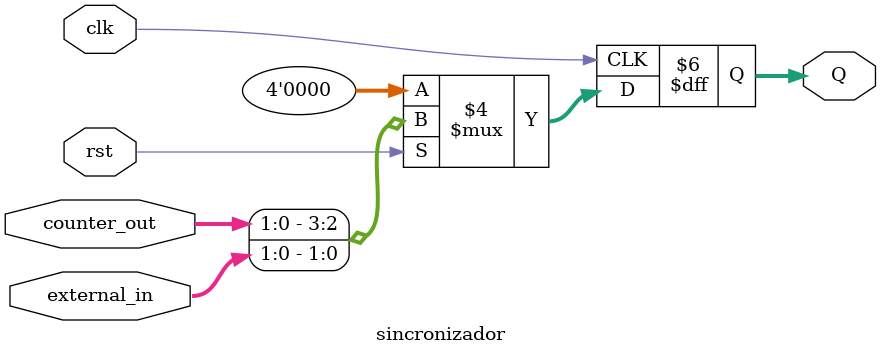
<source format=v>
`timescale 1ms / 100us

module sincronizador (
  input  [1:0] external_in,  // Entrada externa de 2 bits
  input  [1:0] counter_out,
  input  clk, 
  input  rst, 
  output reg [3:0] Q
);

  always @(posedge clk) begin
    if (!rst) begin
      Q <= 4'b0000;  // Reinicia la salida Q a 0
    end else begin
      // Q es una concatenación del contador y la entrada externa
      Q <= {counter_out[1], counter_out[0], external_in[1], external_in[0]};
    end
  end

endmodule

</source>
